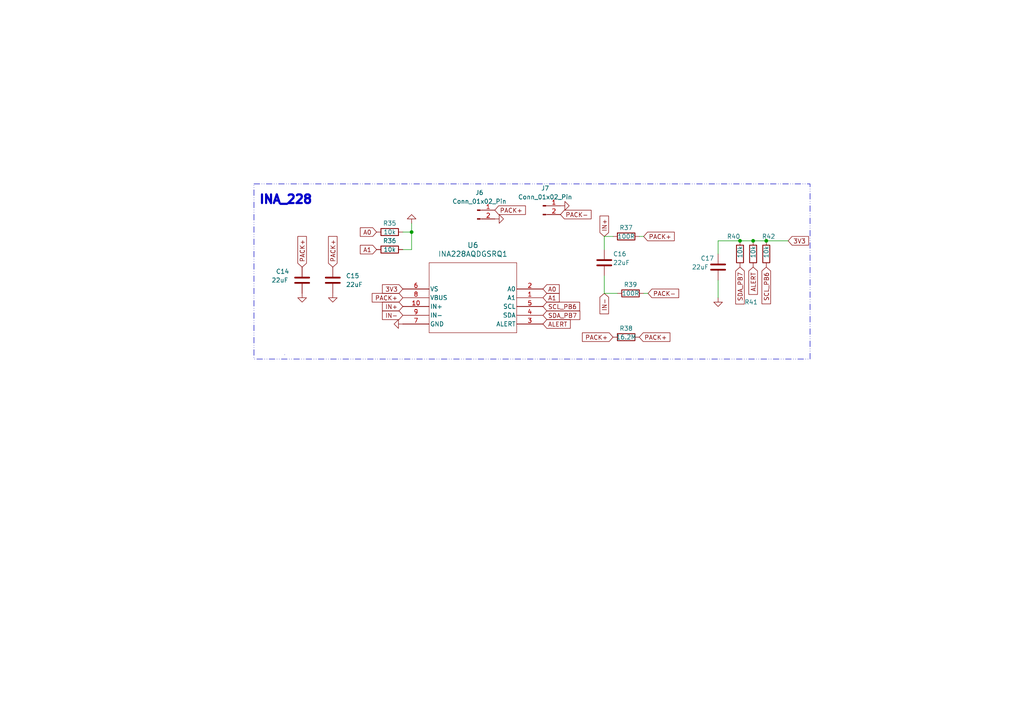
<source format=kicad_sch>
(kicad_sch (version 20230121) (generator eeschema)
  (paper "A4")
  (lib_symbols
    (symbol "2023-08-04_10-34-25:INA228AQDGSRQ1" (pin_names (offset 0.254))
      (property "Reference" "U?" (at 20.32 10.16 0))
      (property "Value" "INA228AQDGSRQ1" (at 20.32 7.62 0))
      (symbol "INA228AQDGSRQ1_0_1"
        (polyline (pts (xy 7.62 -15.24) (xy 33.02 -15.24)) (stroke (width 0.127)))
        (polyline (pts (xy 7.62 5.08) (xy 7.62 -15.24)) (stroke (width 0.127)))
        (polyline (pts (xy 33.02 -15.24) (xy 33.02 5.08)) (stroke (width 0.127)))
        (polyline (pts (xy 33.02 5.08) (xy 7.62 5.08)) (stroke (width 0.127)))
        (pin bidirectional line (at 40.64 -5.08 180) (length 7.62) (name "A1") (number "1"))
        (pin input line (at 0 -7.62 0) (length 7.62) (name "IN+") (number "10"))
        (pin bidirectional line (at 40.64 -2.54 180) (length 7.62) (name "A0") (number "2"))
        (pin output line (at 40.64 -12.7 180) (length 7.62) (name "ALERT") (number "3"))
        (pin bidirectional line (at 40.64 -10.16 180) (length 7.62) (name "SDA") (number "4"))
        (pin input line (at 40.64 -7.62 180) (length 7.62) (name "SCL") (number "5"))
        (pin power_in line (at 0 -2.54 0) (length 7.62) (name "VS") (number "6"))
        (pin power_out line (at 0 -12.7 0) (length 7.62) (name "GND") (number "7"))
        (pin power_in line (at 0 -5.08 0) (length 7.62) (name "VBUS") (number "8"))
        (pin input line (at 0 -10.16 0) (length 7.62) (name "IN-") (number "9"))
      )
    )
    (symbol "Connector:Conn_01x02_Pin" (pin_names (offset 1.016) hide)
      (property "Reference" "J" (at 0 2.54 0))
      (property "Value" "Conn_01x02_Pin" (at 0 -5.08 0))
      (symbol "Conn_01x02_Pin_1_1"
        (polyline (pts (xy 1.27 -2.54) (xy 0.8636 -2.54)) (stroke (width 0.1524)))
        (polyline (pts (xy 1.27 0) (xy 0.8636 0)) (stroke (width 0.1524)))
        (rectangle (start 0.8636 -2.413) (end 0 -2.667) (stroke (width 0.1524)) (fill (type outline)))
        (rectangle (start 0.8636 0.127) (end 0 -0.127) (stroke (width 0.1524)) (fill (type outline)))
        (pin passive line (at 5.08 0 180) (length 3.81) (name "Pin_1") (number "1"))
        (pin passive line (at 5.08 -2.54 180) (length 3.81) (name "Pin_2") (number "2"))
      )
    )
    (symbol "Device:C" (pin_numbers hide) (pin_names (offset 0.254))
      (property "Reference" "C" (at 0.635 2.54 0))
      (property "Value" "C" (at 0.635 -2.54 0))
      (symbol "C_0_1"
        (polyline (pts (xy -2.032 -0.762) (xy 2.032 -0.762)) (stroke (width 0.508)))
        (polyline (pts (xy -2.032 0.762) (xy 2.032 0.762)) (stroke (width 0.508)))
      )
      (symbol "C_1_1"
        (pin passive line (at 0 3.81 270) (length 2.794) (name "~") (number "1"))
        (pin passive line (at 0 -3.81 90) (length 2.794) (name "~") (number "2"))
      )
    )
    (symbol "Device:R" (pin_numbers hide) (pin_names (offset 0))
      (property "Reference" "R" (at 2.032 0 90))
      (property "Value" "R" (at 0 0 90))
      (symbol "R_0_1"
        (rectangle (start -1.016 -2.54) (end 1.016 2.54) (stroke (width 0.254)))
      )
      (symbol "R_1_1"
        (pin passive line (at 0 3.81 270) (length 1.27) (name "~") (number "1"))
        (pin passive line (at 0 -3.81 90) (length 1.27) (name "~") (number "2"))
      )
    )
    (symbol "power:GND" (power) (pin_names (offset 0))
      (property "Value" "GND" (at 0 -3.81 0))
      (symbol "GND_0_1"
        (polyline (pts (xy 0 0) (xy 0 -1.27) (xy 1.27 -1.27) (xy 0 -2.54) (xy -1.27 -1.27) (xy 0 -1.27)))
      )
      (symbol "GND_1_1"
        (pin power_in line (at 0 0 270) (length 0) hide (name "GND") (number "1"))
      )
    )
  )
  (junction (at 218.44 69.85))
  (junction (at 119.38 67.31))
  (junction (at 222.25 69.85))
  (junction (at 214.63 69.85))
  (wire (pts (xy 208.28 81.28) (xy 208.28 86.36)))
  (wire (pts (xy 185.42 68.58) (xy 186.69 68.58)))
  (wire (pts (xy 175.26 80.01) (xy 175.26 85.09)))
  (wire (pts (xy 119.38 72.39) (xy 119.38 67.31)))
  (wire (pts (xy 222.25 69.85) (xy 228.6 69.85)))
  (wire (pts (xy 116.84 67.31) (xy 119.38 67.31)))
  (wire (pts (xy 175.26 72.39) (xy 175.26 68.58)))
  (wire (pts (xy 116.84 72.39) (xy 119.38 72.39)))
  (wire (pts (xy 175.26 68.58) (xy 177.8 68.58)))
  (wire (pts (xy 208.28 73.66) (xy 208.28 69.85)))
  (wire (pts (xy 119.38 64.77) (xy 119.38 67.31)))
  (wire (pts (xy 186.69 85.09) (xy 187.96 85.09)))
  (wire (pts (xy 218.44 69.85) (xy 222.25 69.85)))
  (wire (pts (xy 175.26 85.09) (xy 179.07 85.09)))
  (wire (pts (xy 208.28 69.85) (xy 214.63 69.85)))
  (wire (pts (xy 214.63 69.85) (xy 218.44 69.85)))
  (rectangle (start 73.66 53.34) (end 234.95 104.14) (stroke (width 0) (type dash_dot_dot)))
  (rectangle (start 82.55 102.87) (end 82.55 102.87) (stroke (width 0) (type dot)))
  (text "INA_228 \n\n" (at 92.71 63.5 0) (effects (font (size 2.5 2.5) (thickness 0.65) bold) (justify right bottom)))
  (global_label "SDA_PB7" (shape input) (at 214.63 77.47 270) (property "Intersheetrefs" "${INTERSHEET_REFS}" (effects hide)))
  (global_label "PACK+" (shape input) (at 185.42 97.79 0) (property "Intersheetrefs" "${INTERSHEET_REFS}" (effects hide)))
  (global_label "ALERT" (shape input) (at 218.44 77.47 270) (property "Intersheetrefs" "${INTERSHEET_REFS}" (effects hide)))
  (global_label "A0" (shape input) (at 109.22 67.31 180) (property "Intersheetrefs" "${INTERSHEET_REFS}" (effects hide)))
  (global_label "PACK-" (shape input) (at 187.96 85.09 0) (property "Intersheetrefs" "${INTERSHEET_REFS}" (effects hide)))
  (global_label "IN-" (shape input) (at 175.26 85.09 270) (property "Intersheetrefs" "${INTERSHEET_REFS}" (effects hide)))
  (global_label "A0" (shape input) (at 157.48 83.82 0) (property "Intersheetrefs" "${INTERSHEET_REFS}" (effects hide)))
  (global_label "IN+" (shape input) (at 175.26 68.58 90) (property "Intersheetrefs" "${INTERSHEET_REFS}" (effects hide)))
  (global_label "3V3" (shape input) (at 228.6 69.85 0) (property "Intersheetrefs" "${INTERSHEET_REFS}" (effects hide)))
  (global_label "SCL_PB6" (shape input) (at 157.48 88.9 0) (property "Intersheetrefs" "${INTERSHEET_REFS}" (effects hide)))
  (global_label "A1" (shape input) (at 157.48 86.36 0) (property "Intersheetrefs" "${INTERSHEET_REFS}" (effects hide)))
  (global_label "PACK+" (shape input) (at 143.51 60.96 0) (property "Intersheetrefs" "${INTERSHEET_REFS}" (effects hide)))
  (global_label "PACK+" (shape input) (at 186.69 68.58 0) (property "Intersheetrefs" "${INTERSHEET_REFS}" (effects hide)))
  (global_label "3V3" (shape input) (at 116.84 83.82 180) (property "Intersheetrefs" "${INTERSHEET_REFS}" (effects hide)))
  (global_label "SDA_PB7" (shape input) (at 157.48 91.44 0) (property "Intersheetrefs" "${INTERSHEET_REFS}" (effects hide)))
  (global_label "ALERT" (shape input) (at 157.48 93.98 0) (property "Intersheetrefs" "${INTERSHEET_REFS}" (effects hide)))
  (global_label "PACK-" (shape input) (at 162.56 62.23 0) (property "Intersheetrefs" "${INTERSHEET_REFS}" (effects hide)))
  (global_label "PACK+" (shape input) (at 96.52 77.47 90) (property "Intersheetrefs" "${INTERSHEET_REFS}" (effects hide)))
  (global_label "A1" (shape input) (at 109.22 72.39 180) (property "Intersheetrefs" "${INTERSHEET_REFS}" (effects hide)))
  (global_label "SCL_PB6" (shape input) (at 222.25 77.47 270) (property "Intersheetrefs" "${INTERSHEET_REFS}" (effects hide)))
  (global_label "IN+" (shape input) (at 116.84 88.9 180) (property "Intersheetrefs" "${INTERSHEET_REFS}" (effects hide)))
  (global_label "PACK+" (shape input) (at 177.8 97.79 180) (property "Intersheetrefs" "${INTERSHEET_REFS}" (effects hide)))
  (global_label "PACK+" (shape input) (at 116.84 86.36 180) (property "Intersheetrefs" "${INTERSHEET_REFS}" (effects hide)))
  (global_label "IN-" (shape input) (at 116.84 91.44 180) (property "Intersheetrefs" "${INTERSHEET_REFS}" (effects hide)))
  (global_label "PACK+" (shape input) (at 87.63 77.47 90) (property "Intersheetrefs" "${INTERSHEET_REFS}" (effects hide)))
  (symbol (lib_id "Device:R") (at 222.25 73.66 0) (unit 1)
    (property "Reference" "R42" (at 220.98 68.58 0) (effects (justify left)))
    (property "Value" "10k" (at 222.25 74.93 90) (effects (justify left)))
    (property "Footprint" "Resistor_SMD:R_0603_1608Metric_Pad0.98x0.95mm_HandSolder" (effects hide))
  )
  (symbol (lib_id "power:GND") (at 143.51 63.5 90) (unit 1)
    (property "Reference" "#PWR03" (effects hide))
    (property "Value" "GND" (effects hide))
    (instances (project "INA228" (path "" (reference "#PWR03") (unit 1))) (project "SOC DISPLAY" (path "" (reference "#PWR031") (unit 1))))
  )
  (symbol (lib_id "power:GND") (at 87.63 85.09 0) (unit 1)
    (property "Reference" "#PWR03" (effects hide))
    (property "Value" "GND" (effects hide))
    (instances (project "INA228" (path "" (reference "#PWR03") (unit 1))) (project "SOC DISPLAY" (path "" (reference "#PWR027") (unit 1))))
  )
  (symbol (lib_id "power:GND") (at 116.84 93.98 270) (unit 1)
    (property "Reference" "#PWR03" (effects hide))
    (property "Value" "GND" (effects hide))
    (instances (project "INA228" (path "" (reference "#PWR03") (unit 1))) (project "SOC DISPLAY" (path "" (reference "#PWR029") (unit 1))))
  )
  (symbol (lib_id "Device:R") (at 113.03 67.31 90) (unit 1)
    (property "Reference" "R35" (at 113.03 64.77 90))
    (property "Value" "10k" (at 113.03 67.31 90))
    (property "Footprint" "Resistor_SMD:R_0603_1608Metric_Pad0.98x0.95mm_HandSolder" (effects hide))
  )
  (symbol (lib_id "Device:C") (at 175.26 76.2 0) (unit 1)
    (property "Reference" "C16" (at 177.8 73.66 0) (effects (justify left)))
    (property "Value" "22uF" (at 177.8 76.2 0) (effects (justify left)))
    (property "Footprint" "Capacitor_SMD:C_1206_3216Metric_Pad1.33x1.80mm_HandSolder" (effects hide))
  )
  (symbol (lib_id "Device:R") (at 218.44 73.66 0) (unit 1)
    (property "Reference" "R41" (at 215.9 87.63 0) (effects (justify left)))
    (property "Value" "10k" (at 218.44 74.93 90) (effects (justify left)))
    (property "Footprint" "Resistor_SMD:R_0603_1608Metric_Pad0.98x0.95mm_HandSolder" (effects hide))
  )
  (symbol (lib_id "Device:C") (at 208.28 77.47 0) (unit 1)
    (property "Reference" "C17" (at 203.2 74.93 0) (effects (justify left)))
    (property "Value" "22uF" (at 200.66 77.47 0) (effects (justify left)))
    (property "Footprint" "Capacitor_SMD:C_1206_3216Metric_Pad1.33x1.80mm_HandSolder" (effects hide))
  )
  (symbol (lib_id "Device:C") (at 96.52 81.28 0) (unit 1)
    (property "Reference" "C15" (at 100.33 80.01 0) (effects (justify left)))
    (property "Value" "22uF" (at 100.33 82.55 0) (effects (justify left)))
    (property "Footprint" "Capacitor_SMD:C_1206_3216Metric_Pad1.33x1.80mm_HandSolder" (effects hide))
  )
  (symbol (lib_id "power:GND") (at 208.28 86.36 0) (unit 1)
    (property "Reference" "#PWR04" (effects hide))
    (property "Value" "GND" (effects hide))
    (instances (project "INA228" (path "" (reference "#PWR04") (unit 1))) (project "SOC DISPLAY" (path "" (reference "#PWR033") (unit 1))))
  )
  (symbol (lib_id "Device:R") (at 214.63 73.66 0) (unit 1)
    (property "Reference" "R40" (at 210.82 68.58 0) (effects (justify left)))
    (property "Value" "10k" (at 214.63 74.93 90) (effects (justify left)))
    (property "Footprint" "Resistor_SMD:R_0603_1608Metric_Pad0.98x0.95mm_HandSolder" (effects hide))
  )
  (symbol (lib_id "power:GND") (at 162.56 59.69 90) (unit 1)
    (property "Reference" "#PWR03" (effects hide))
    (property "Value" "GND" (effects hide))
    (instances (project "INA228" (path "" (reference "#PWR03") (unit 1))) (project "SOC DISPLAY" (path "" (reference "#PWR032") (unit 1))))
  )
  (symbol (lib_id "Device:R") (at 113.03 72.39 90) (unit 1)
    (property "Reference" "R36" (at 113.03 69.85 90))
    (property "Value" "10k" (at 113.03 72.39 90))
    (property "Footprint" "Resistor_SMD:R_0603_1608Metric_Pad0.98x0.95mm_HandSolder" (effects hide))
  )
  (symbol (lib_id "power:GND") (at 119.38 64.77 180) (unit 1)
    (property "Reference" "#PWR03" (effects hide))
    (property "Value" "GND" (effects hide))
    (instances (project "INA228" (path "" (reference "#PWR03") (unit 1))) (project "SOC DISPLAY" (path "" (reference "#PWR030") (unit 1))))
  )
  (symbol (lib_id "Device:R") (at 181.61 68.58 90) (unit 1)
    (property "Reference" "R37" (at 181.61 66.04 90))
    (property "Value" "100R" (at 181.61 68.58 90))
    (property "Footprint" "Resistor_SMD:R_0603_1608Metric_Pad0.98x0.95mm_HandSolder" (effects hide))
  )
  (symbol (lib_id "Connector:Conn_01x02_Pin") (at 138.43 60.96 0) (unit 1)
    (property "Reference" "J6" (at 139.065 55.88 0))
    (property "Value" "Conn_01x02_Pin" (at 139.065 58.42 0))
    (property "Footprint" "TerminalBlock:TerminalBlock_bornier-2_P5.08mm" (effects hide))
  )
  (symbol (lib_id "Device:R") (at 182.88 85.09 90) (unit 1)
    (property "Reference" "R39" (at 182.88 82.55 90))
    (property "Value" "100R" (at 182.88 85.09 90))
    (property "Footprint" "Resistor_SMD:R_0603_1608Metric_Pad0.98x0.95mm_HandSolder" (effects hide))
  )
  (symbol (lib_id "power:GND") (at 96.52 85.09 0) (unit 1)
    (property "Reference" "#PWR03" (effects hide))
    (property "Value" "GND" (effects hide))
    (instances (project "INA228" (path "" (reference "#PWR03") (unit 1))) (project "SOC DISPLAY" (path "" (reference "#PWR028") (unit 1))))
  )
  (symbol (lib_id "Device:R") (at 181.61 97.79 90) (unit 1)
    (property "Reference" "R38" (at 181.61 95.25 90))
    (property "Value" "16.2M" (at 181.61 97.79 90))
    (property "Footprint" "Resistor_SMD:R_0603_1608Metric_Pad0.98x0.95mm_HandSolder" (effects hide))
  )
  (symbol (lib_id "Connector:Conn_01x02_Pin") (at 157.48 59.69 0) (unit 1)
    (property "Reference" "J7" (at 158.115 54.61 0))
    (property "Value" "Conn_01x02_Pin" (at 158.115 57.15 0))
    (property "Footprint" "TerminalBlock:TerminalBlock_bornier-2_P5.08mm" (effects hide))
  )
  (symbol (lib_id "2023-08-04_10-34-25:INA228AQDGSRQ1") (at 116.84 81.28 0) (unit 1)
    (property "Reference" "U6" (at 137.16 71.12 0) (effects (font (size 1.524 1.524))))
    (property "Value" "INA228AQDGSRQ1" (at 137.16 73.66 0) (effects (font (size 1.524 1.524))))
    (property "Footprint" "Package_SO:VSSOP-10_3x3mm_P0.5mm" (effects hide))
    (property "Datasheet" "INA228AQDGSRQ1" (effects hide))
  )
  (symbol (lib_id "Device:C") (at 87.63 81.28 0) (unit 1)
    (property "Reference" "C14" (at 80.01 78.74 0) (effects (justify left)))
    (property "Value" "22uF" (at 78.74 81.28 0) (effects (justify left)))
    (property "Footprint" "Capacitor_SMD:C_1206_3216Metric_Pad1.33x1.80mm_HandSolder" (effects hide))
  )
)
</source>
